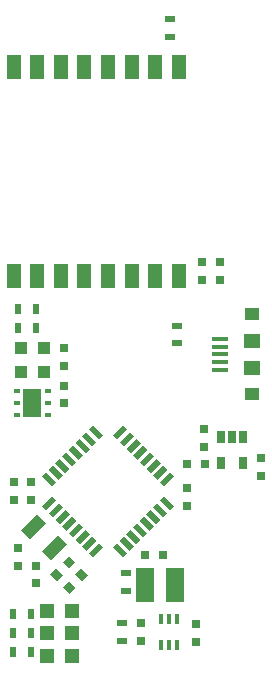
<source format=gtp>
G04 #@! TF.FileFunction,Paste,Top*
%FSLAX46Y46*%
G04 Gerber Fmt 4.6, Leading zero omitted, Abs format (unit mm)*
G04 Created by KiCad (PCBNEW 4.0.1-3.201512221402+6198~38~ubuntu14.04.1-stable) date Fri 05 Feb 2016 15:13:30 GMT*
%MOMM*%
G01*
G04 APERTURE LIST*
%ADD10C,0.100000*%
%ADD11R,0.750000X0.800000*%
%ADD12R,0.800000X0.750000*%
%ADD13R,0.900000X0.500000*%
%ADD14R,1.198880X1.198880*%
%ADD15R,1.350000X0.400000*%
%ADD16R,1.400000X1.300000*%
%ADD17R,1.300000X0.975000*%
%ADD18R,1.500000X3.000000*%
%ADD19R,0.500000X0.900000*%
%ADD20R,0.650000X1.060000*%
%ADD21R,0.400000X0.900000*%
%ADD22R,1.200000X2.000000*%
%ADD23R,0.600000X0.400000*%
%ADD24R,1.500000X2.400000*%
%ADD25R,1.000000X1.000000*%
G04 APERTURE END LIST*
D10*
D11*
X129750000Y-139150000D03*
X129750000Y-140650000D03*
X135125000Y-124225000D03*
X135125000Y-122725000D03*
X134450000Y-139250000D03*
X134450000Y-140750000D03*
D12*
X135175000Y-125700000D03*
X133675000Y-125700000D03*
D11*
X139950000Y-126700000D03*
X139950000Y-125200000D03*
X136450000Y-108580000D03*
X136450000Y-110080000D03*
X134930000Y-108580000D03*
X134930000Y-110080000D03*
X120875000Y-134300000D03*
X120875000Y-135800000D03*
X119375000Y-132825000D03*
X119375000Y-134325000D03*
D12*
X130125000Y-133375000D03*
X131625000Y-133375000D03*
D11*
X133700000Y-127750000D03*
X133700000Y-129250000D03*
D10*
G36*
X122096662Y-135051992D02*
X122626992Y-134521662D01*
X123192678Y-135087348D01*
X122662348Y-135617678D01*
X122096662Y-135051992D01*
X122096662Y-135051992D01*
G37*
G36*
X123157322Y-136112652D02*
X123687652Y-135582322D01*
X124253338Y-136148008D01*
X123723008Y-136678338D01*
X123157322Y-136112652D01*
X123157322Y-136112652D01*
G37*
G36*
X123146662Y-133976992D02*
X123676992Y-133446662D01*
X124242678Y-134012348D01*
X123712348Y-134542678D01*
X123146662Y-133976992D01*
X123146662Y-133976992D01*
G37*
G36*
X124207322Y-135037652D02*
X124737652Y-134507322D01*
X125303338Y-135073008D01*
X124773008Y-135603338D01*
X124207322Y-135037652D01*
X124207322Y-135037652D01*
G37*
D11*
X123250000Y-119050000D03*
X123250000Y-120550000D03*
X120500000Y-128750000D03*
X120500000Y-127250000D03*
X119000000Y-128750000D03*
X119000000Y-127250000D03*
X123250000Y-115900000D03*
X123250000Y-117400000D03*
D13*
X128200000Y-139150000D03*
X128200000Y-140650000D03*
D14*
X123949020Y-138125000D03*
X121850980Y-138125000D03*
D13*
X132275000Y-88025000D03*
X132275000Y-89525000D03*
D14*
X123949020Y-141925000D03*
X121850980Y-141925000D03*
X123949020Y-140025000D03*
X121850980Y-140025000D03*
D15*
X136475000Y-116400000D03*
X136475000Y-115750000D03*
X136475000Y-117050000D03*
X136475000Y-117700000D03*
X136475000Y-115100000D03*
D16*
X139150000Y-115250000D03*
X139150000Y-117550000D03*
D17*
X139150000Y-113012500D03*
X139150000Y-119787500D03*
D18*
X130100000Y-135900000D03*
X132700000Y-135900000D03*
D13*
X128500000Y-136450000D03*
X128500000Y-134950000D03*
D19*
X120450000Y-138425000D03*
X118950000Y-138425000D03*
X119400000Y-114200000D03*
X120900000Y-114200000D03*
X120900000Y-112600000D03*
X119400000Y-112600000D03*
X120450000Y-141625000D03*
X118950000Y-141625000D03*
X120450000Y-140025000D03*
X118950000Y-140025000D03*
D13*
X132820000Y-115470000D03*
X132820000Y-113970000D03*
D20*
X138450000Y-123400000D03*
X137500000Y-123400000D03*
X136550000Y-123400000D03*
X136550000Y-125600000D03*
X138450000Y-125600000D03*
D21*
X131500000Y-138800000D03*
X132150000Y-138800000D03*
X132800000Y-138800000D03*
X131500000Y-141000000D03*
X132150000Y-141000000D03*
X132800000Y-141000000D03*
D22*
X133000000Y-92100000D03*
X119000000Y-109800000D03*
X121000000Y-109800000D03*
X123000000Y-109800000D03*
X125000000Y-109800000D03*
X127000000Y-109800000D03*
X129000000Y-109800000D03*
X131000000Y-109800000D03*
X133000000Y-109800000D03*
X131000000Y-92100000D03*
X129000000Y-92100000D03*
X127000000Y-92100000D03*
X125000000Y-92100000D03*
X123000000Y-92100000D03*
X121000000Y-92100000D03*
X119000000Y-92100000D03*
D10*
G36*
X121413856Y-129272792D02*
X122262384Y-128424264D01*
X122615938Y-128777818D01*
X121767410Y-129626346D01*
X121413856Y-129272792D01*
X121413856Y-129272792D01*
G37*
G36*
X121979542Y-129838477D02*
X122828070Y-128989949D01*
X123181624Y-129343503D01*
X122333096Y-130192031D01*
X121979542Y-129838477D01*
X121979542Y-129838477D01*
G37*
G36*
X122545227Y-130404163D02*
X123393755Y-129555635D01*
X123747309Y-129909189D01*
X122898781Y-130757717D01*
X122545227Y-130404163D01*
X122545227Y-130404163D01*
G37*
G36*
X123110912Y-130969848D02*
X123959440Y-130121320D01*
X124312994Y-130474874D01*
X123464466Y-131323402D01*
X123110912Y-130969848D01*
X123110912Y-130969848D01*
G37*
G36*
X123676598Y-131535534D02*
X124525126Y-130687006D01*
X124878680Y-131040560D01*
X124030152Y-131889088D01*
X123676598Y-131535534D01*
X123676598Y-131535534D01*
G37*
G36*
X124242283Y-132101219D02*
X125090811Y-131252691D01*
X125444365Y-131606245D01*
X124595837Y-132454773D01*
X124242283Y-132101219D01*
X124242283Y-132101219D01*
G37*
G36*
X124807969Y-132666904D02*
X125656497Y-131818376D01*
X126010051Y-132171930D01*
X125161523Y-133020458D01*
X124807969Y-132666904D01*
X124807969Y-132666904D01*
G37*
G36*
X125373654Y-133232590D02*
X126222182Y-132384062D01*
X126575736Y-132737616D01*
X125727208Y-133586144D01*
X125373654Y-133232590D01*
X125373654Y-133232590D01*
G37*
G36*
X131384062Y-127222182D02*
X132232590Y-126373654D01*
X132586144Y-126727208D01*
X131737616Y-127575736D01*
X131384062Y-127222182D01*
X131384062Y-127222182D01*
G37*
G36*
X130818376Y-126656497D02*
X131666904Y-125807969D01*
X132020458Y-126161523D01*
X131171930Y-127010051D01*
X130818376Y-126656497D01*
X130818376Y-126656497D01*
G37*
G36*
X130252691Y-126090811D02*
X131101219Y-125242283D01*
X131454773Y-125595837D01*
X130606245Y-126444365D01*
X130252691Y-126090811D01*
X130252691Y-126090811D01*
G37*
G36*
X129687006Y-125525126D02*
X130535534Y-124676598D01*
X130889088Y-125030152D01*
X130040560Y-125878680D01*
X129687006Y-125525126D01*
X129687006Y-125525126D01*
G37*
G36*
X129121320Y-124959440D02*
X129969848Y-124110912D01*
X130323402Y-124464466D01*
X129474874Y-125312994D01*
X129121320Y-124959440D01*
X129121320Y-124959440D01*
G37*
G36*
X128555635Y-124393755D02*
X129404163Y-123545227D01*
X129757717Y-123898781D01*
X128909189Y-124747309D01*
X128555635Y-124393755D01*
X128555635Y-124393755D01*
G37*
G36*
X127989949Y-123828070D02*
X128838477Y-122979542D01*
X129192031Y-123333096D01*
X128343503Y-124181624D01*
X127989949Y-123828070D01*
X127989949Y-123828070D01*
G37*
G36*
X127424264Y-123262384D02*
X128272792Y-122413856D01*
X128626346Y-122767410D01*
X127777818Y-123615938D01*
X127424264Y-123262384D01*
X127424264Y-123262384D01*
G37*
G36*
X127424264Y-132737616D02*
X127777818Y-132384062D01*
X128626346Y-133232590D01*
X128272792Y-133586144D01*
X127424264Y-132737616D01*
X127424264Y-132737616D01*
G37*
G36*
X127989949Y-132171930D02*
X128343503Y-131818376D01*
X129192031Y-132666904D01*
X128838477Y-133020458D01*
X127989949Y-132171930D01*
X127989949Y-132171930D01*
G37*
G36*
X128555635Y-131606245D02*
X128909189Y-131252691D01*
X129757717Y-132101219D01*
X129404163Y-132454773D01*
X128555635Y-131606245D01*
X128555635Y-131606245D01*
G37*
G36*
X129121320Y-131040560D02*
X129474874Y-130687006D01*
X130323402Y-131535534D01*
X129969848Y-131889088D01*
X129121320Y-131040560D01*
X129121320Y-131040560D01*
G37*
G36*
X129687006Y-130474874D02*
X130040560Y-130121320D01*
X130889088Y-130969848D01*
X130535534Y-131323402D01*
X129687006Y-130474874D01*
X129687006Y-130474874D01*
G37*
G36*
X130252691Y-129909189D02*
X130606245Y-129555635D01*
X131454773Y-130404163D01*
X131101219Y-130757717D01*
X130252691Y-129909189D01*
X130252691Y-129909189D01*
G37*
G36*
X130818376Y-129343503D02*
X131171930Y-128989949D01*
X132020458Y-129838477D01*
X131666904Y-130192031D01*
X130818376Y-129343503D01*
X130818376Y-129343503D01*
G37*
G36*
X131384062Y-128777818D02*
X131737616Y-128424264D01*
X132586144Y-129272792D01*
X132232590Y-129626346D01*
X131384062Y-128777818D01*
X131384062Y-128777818D01*
G37*
G36*
X125373654Y-122767410D02*
X125727208Y-122413856D01*
X126575736Y-123262384D01*
X126222182Y-123615938D01*
X125373654Y-122767410D01*
X125373654Y-122767410D01*
G37*
G36*
X124807969Y-123333096D02*
X125161523Y-122979542D01*
X126010051Y-123828070D01*
X125656497Y-124181624D01*
X124807969Y-123333096D01*
X124807969Y-123333096D01*
G37*
G36*
X124242283Y-123898781D02*
X124595837Y-123545227D01*
X125444365Y-124393755D01*
X125090811Y-124747309D01*
X124242283Y-123898781D01*
X124242283Y-123898781D01*
G37*
G36*
X123676598Y-124464466D02*
X124030152Y-124110912D01*
X124878680Y-124959440D01*
X124525126Y-125312994D01*
X123676598Y-124464466D01*
X123676598Y-124464466D01*
G37*
G36*
X123110912Y-125030152D02*
X123464466Y-124676598D01*
X124312994Y-125525126D01*
X123959440Y-125878680D01*
X123110912Y-125030152D01*
X123110912Y-125030152D01*
G37*
G36*
X122545227Y-125595837D02*
X122898781Y-125242283D01*
X123747309Y-126090811D01*
X123393755Y-126444365D01*
X122545227Y-125595837D01*
X122545227Y-125595837D01*
G37*
G36*
X121979542Y-126161523D02*
X122333096Y-125807969D01*
X123181624Y-126656497D01*
X122828070Y-127010051D01*
X121979542Y-126161523D01*
X121979542Y-126161523D01*
G37*
G36*
X121413856Y-126727208D02*
X121767410Y-126373654D01*
X122615938Y-127222182D01*
X122262384Y-127575736D01*
X121413856Y-126727208D01*
X121413856Y-126727208D01*
G37*
D23*
X119250000Y-119550000D03*
X119250000Y-120550000D03*
X119250000Y-121550000D03*
X121950000Y-119550000D03*
X121950000Y-120550000D03*
X121950000Y-121550000D03*
D24*
X120600000Y-120550000D03*
D25*
X121600000Y-115900000D03*
X119600000Y-115900000D03*
X121600000Y-117900000D03*
X119600000Y-117900000D03*
D10*
G36*
X123519543Y-132476040D02*
X122176040Y-133819543D01*
X121398223Y-133041726D01*
X122741726Y-131698223D01*
X123519543Y-132476040D01*
X123519543Y-132476040D01*
G37*
G36*
X121751777Y-130708274D02*
X120408274Y-132051777D01*
X119630457Y-131273960D01*
X120973960Y-129930457D01*
X121751777Y-130708274D01*
X121751777Y-130708274D01*
G37*
M02*

</source>
